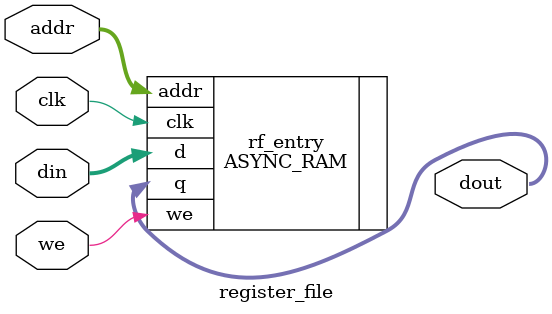
<source format=v>
`timescale 1ns/1ns

module register_file # (
  parameter AWIDTH = 5,
  parameter DWIDTH = 32
) (
  input clk,
  input               we,
  input  [AWIDTH-1:0] addr,
  input  [DWIDTH-1:0] din,
  output [DWIDTH-1:0] dout
);
  
  ASYNC_RAM #(.DWIDTH(DWIDTH), .AWIDTH(AWIDTH), .MIF_HEX("test_data_async.mif")) rf_entry (
    .clk(clk),
    .we(we),
    .d(din),
    .q(dout),
    .addr(addr)
    );
  
endmodule

</source>
